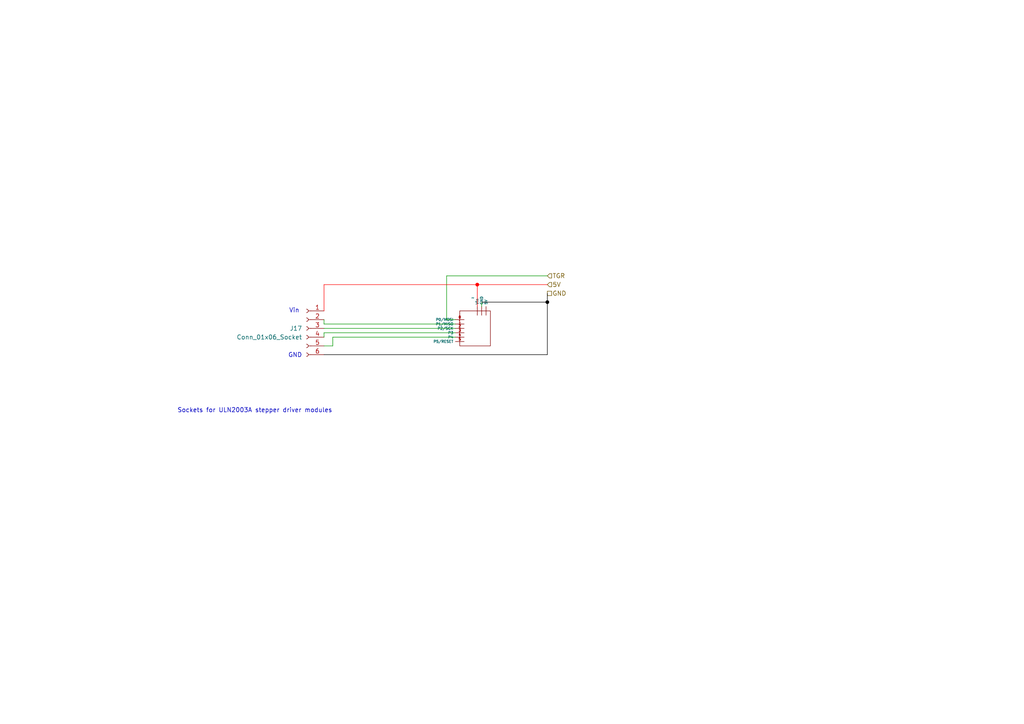
<source format=kicad_sch>
(kicad_sch (version 20250114) (generator "eeschema") (generator_version "9.0")
  (paper "A4")
  (title_block (title "Oiling Stepper Control") (date "2026-01-26") (rev "1.0") (company "Project Arka"))
  (lib_symbols
    (symbol "Additional_Components:Digispark_ATTiny85"
      (symbol "Digispark_ATTiny85_0_1"
        (rectangle (start -3.81 3.81) (end 5.08 -6.35))
      )
      (symbol "Digispark_ATTiny85_1_1"
        (pin bidirectional line (at -2.54 1.27 180) (length 2.54) (name "P0/MOSI") (number "0"))
        (pin bidirectional line (at -2.54 0 180) (length 2.54) (name "P1/MISO") (number "1"))
        (pin bidirectional line (at -2.54 -1.27 180) (length 2.54) (name "P2/SCK") (number "2"))
        (pin bidirectional line (at -2.54 -2.54 180) (length 2.54) (name "P3") (number "3"))
        (pin bidirectional line (at -2.54 -3.81 180) (length 2.54) (name "P4") (number "4"))
        (pin bidirectional line (at -2.54 -5.08 180) (length 2.54) (name "P5/RESET") (number "5"))
        (pin input line (at 1.27 2.54 90) (length 2.54) (name "Vin") (number ""))
        (pin passive line (at 2.54 2.54 90) (length 2.54) (name "GND") (number ""))
        (pin output line (at 3.81 2.54 90) (length 2.54) (name "5V") (number ""))
      )
    )
    (symbol "Connector:Conn_01x06_Socket" (pin_names (offset 1.016) (hide yes))
      (property "Reference" "J" (at 0 7.62 0))
      (property "Value" "Conn_01x06_Socket" (at 0 -10.16 0))
      (symbol "Conn_01x06_Socket_1_1"
        (polyline (pts (xy -1.27 5.08) (xy -0.508 5.08)) (stroke (width 0.1524)))
        (polyline (pts (xy -1.27 2.54) (xy -0.508 2.54)) (stroke (width 0.1524)))
        (polyline (pts (xy -1.27 0) (xy -0.508 0)) (stroke (width 0.1524)))
        (polyline (pts (xy -1.27 -2.54) (xy -0.508 -2.54)) (stroke (width 0.1524)))
        (polyline (pts (xy -1.27 -5.08) (xy -0.508 -5.08)) (stroke (width 0.1524)))
        (polyline (pts (xy -1.27 -7.62) (xy -0.508 -7.62)) (stroke (width 0.1524)))
        (arc (start 0 4.572) (mid -0.5058 5.08) (end 0 5.588) (stroke (width 0.1524)))
        (arc (start 0 2.032) (mid -0.5058 2.54) (end 0 3.048) (stroke (width 0.1524)))
        (arc (start 0 -0.508) (mid -0.5058 0) (end 0 0.508) (stroke (width 0.1524)))
        (arc (start 0 -3.048) (mid -0.5058 -2.54) (end 0 -2.032) (stroke (width 0.1524)))
        (arc (start 0 -5.588) (mid -0.5058 -5.08) (end 0 -4.572) (stroke (width 0.1524)))
        (arc (start 0 -8.128) (mid -0.5058 -7.62) (end 0 -7.112) (stroke (width 0.1524)))
        (pin passive line (at -5.08 5.08 0) (length 3.81) (name "Pin_1") (number "1"))
        (pin passive line (at -5.08 2.54 0) (length 3.81) (name "Pin_2") (number "2"))
        (pin passive line (at -5.08 0 0) (length 3.81) (name "Pin_3") (number "3"))
        (pin passive line (at -5.08 -2.54 0) (length 3.81) (name "Pin_4") (number "4"))
        (pin passive line (at -5.08 -5.08 0) (length 3.81) (name "Pin_5") (number "5"))
        (pin passive line (at -5.08 -7.62 0) (length 3.81) (name "Pin_6") (number "6"))
      )
    )
  )
  (text "Sockets for ULN2003A stepper driver modules" (at 73.914 119.126 0) (effects (font (size 1.27 1.27))))
  (text "GND" (at 85.598 103.124 0) (effects (font (size 1.27 1.27))))
  (text "Vin" (at 85.344 90.17 0) (effects (font (size 1.27 1.27))))
  (junction (at 158.75 87.63) (color 0 0 0 1))
  (junction (at 138.43 82.55) (color 255 0 0 1))
  (wire (pts (xy 93.98 82.55) (xy 138.43 82.55)) (stroke (width 0) (color 255 0 0 1)))
  (wire (pts (xy 93.98 93.98) (xy 93.98 92.71)))
  (wire (pts (xy 132.08 93.98) (xy 93.98 93.98)))
  (wire (pts (xy 132.08 96.52) (xy 93.98 96.52)))
  (wire (pts (xy 139.7 87.63) (xy 158.75 87.63)) (stroke (width 0) (color 0 0 0 1)))
  (wire (pts (xy 96.52 97.79) (xy 96.52 100.33)))
  (wire (pts (xy 93.98 96.52) (xy 93.98 97.79)))
  (wire (pts (xy 93.98 95.25) (xy 132.08 95.25)))
  (wire (pts (xy 139.7 88.9) (xy 139.7 87.63)))
  (wire (pts (xy 138.43 82.55) (xy 158.75 82.55)) (stroke (width 0) (color 255 0 0 1)))
  (wire (pts (xy 93.98 90.17) (xy 93.98 82.55)) (stroke (width 0) (color 255 0 0 1)))
  (wire (pts (xy 132.08 92.71) (xy 129.54 92.71)))
  (wire (pts (xy 138.43 82.55) (xy 138.43 88.9)) (stroke (width 0) (color 255 0 0 1)))
  (wire (pts (xy 158.75 87.63) (xy 158.75 85.09)) (stroke (width 0) (color 0 0 0 1)))
  (wire (pts (xy 132.08 97.79) (xy 96.52 97.79)))
  (wire (pts (xy 96.52 100.33) (xy 93.98 100.33)))
  (wire (pts (xy 129.54 92.71) (xy 129.54 80.01)))
  (wire (pts (xy 129.54 80.01) (xy 158.75 80.01)))
  (wire (pts (xy 158.75 102.87) (xy 158.75 87.63)) (stroke (width 0) (color 0 0 0 1)))
  (wire (pts (xy 93.98 102.87) (xy 158.75 102.87)) (stroke (width 0) (color 0 0 0 1)))
  (hierarchical_label "TGR" (shape input) (at 158.75 80.01 0))
  (hierarchical_label "GND" (shape passive) (at 158.75 85.09 0))
  (hierarchical_label "5V" (shape input) (at 158.75 82.55 0))
  (symbol (lib_id "Connector:Conn_01x06_Socket") (at 88.9 95.25 0) (mirror y) (unit 1)
    (property "Reference" "J19" (at 87.63 95.2499 0) (effects (justify left)))
    (property "Value" "Conn_01x06_Socket" (at 87.63 97.7899 0) (effects (justify left)))
    (property "Description" "Generic connector, single row, 01x06, script generated" (effects (hide yes)))
    (instances (project "MotherPCB" (path "" (reference "J17") (unit 1)) (path "" (reference "J19") (unit 1))))
  )
  (symbol (lib_id "Additional_Components:Digispark_ATTiny85") (at 137.16 93.98 0) (unit 1)
    (property "Reference" "I?" (effects (hide yes)))
    (property "Value" "~" (at 137.16 86.36 0))
    (property "Footprint" "Additional_Components:Digispark_ATTiny85_Headers" (effects (hide yes)))
    (property "Datasheet" "https://robu.in/wp-content/uploads/2017/06/ATTINY85-USB-Development-Board-Dimensional-Drawing-ROBU.IN_.pdf" (effects (hide yes)))
    (property "Description" "Headers for the ATTiny85 dev board by Digispark" (effects (hide yes)))
    (instances (project "MotherPCB" (path "" (reference "I2") (unit 1)) (path "" (reference "I?") (unit 1))))
  )
)
</source>
